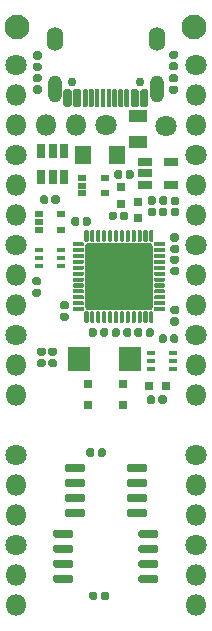
<source format=gbr>
%TF.GenerationSoftware,KiCad,Pcbnew,(5.1.6-0-10_14)*%
%TF.CreationDate,2022-03-04T18:58:24-06:00*%
%TF.ProjectId,Bonsai_C4,426f6e73-6169-45f4-9334-2e6b69636164,rev?*%
%TF.SameCoordinates,Original*%
%TF.FileFunction,Soldermask,Top*%
%TF.FilePolarity,Negative*%
%FSLAX46Y46*%
G04 Gerber Fmt 4.6, Leading zero omitted, Abs format (unit mm)*
G04 Created by KiCad (PCBNEW (5.1.6-0-10_14)) date 2022-03-04 18:58:24*
%MOMM*%
%LPD*%
G01*
G04 APERTURE LIST*
%ADD10C,1.800000*%
%ADD11O,1.800000X1.800000*%
%ADD12O,1.200000X2.300000*%
%ADD13O,1.400000X2.000000*%
%ADD14C,0.750000*%
%ADD15R,0.650000X0.700000*%
%ADD16R,0.750000X1.160000*%
%ADD17R,0.800000X0.700000*%
%ADD18R,1.400000X1.500000*%
%ADD19R,0.750000X0.500000*%
%ADD20R,0.760000X0.400000*%
%ADD21R,0.700000X0.800000*%
%ADD22R,1.160000X0.750000*%
%ADD23R,1.878000X2.132000*%
%ADD24R,1.600000X1.100000*%
%ADD25C,2.100000*%
G04 APERTURE END LIST*
D10*
%TO.C,J4*%
X100000000Y-100000000D03*
D11*
X100000000Y-102540000D03*
X100000000Y-105080000D03*
X100000000Y-112700000D03*
X100000000Y-110160000D03*
D10*
X100000000Y-107620000D03*
X100000000Y-122860000D03*
D11*
X100000000Y-117780000D03*
D10*
X100000000Y-115240000D03*
D11*
X100000000Y-125400000D03*
X100000000Y-127940000D03*
X100000000Y-120320000D03*
%TD*%
D10*
%TO.C,J5*%
X115240000Y-100000000D03*
D11*
X115240000Y-102540000D03*
X115240000Y-105080000D03*
X115240000Y-112700000D03*
X115240000Y-110160000D03*
D10*
X115240000Y-107620000D03*
X115240000Y-122860000D03*
D11*
X115240000Y-117780000D03*
D10*
X115240000Y-115240000D03*
D11*
X115240000Y-125400000D03*
X115240000Y-127940000D03*
X115240000Y-120320000D03*
%TD*%
%TO.C,J1*%
X102540000Y-105080000D03*
X105080000Y-105080000D03*
D10*
X107620000Y-105080000D03*
%TD*%
%TO.C,J2*%
X112680000Y-105120000D03*
%TD*%
%TO.C,J7*%
X100000000Y-133020000D03*
D11*
X100000000Y-135560000D03*
X100000000Y-138100000D03*
X100000000Y-145720000D03*
X100000000Y-143180000D03*
D10*
X100000000Y-140640000D03*
%TD*%
%TO.C,J6*%
X115240000Y-133020000D03*
D11*
X115240000Y-135560000D03*
X115240000Y-138100000D03*
X115240000Y-145720000D03*
X115240000Y-143180000D03*
D10*
X115240000Y-140640000D03*
%TD*%
%TO.C,C11*%
G36*
G01*
X102728000Y-111170500D02*
X102728000Y-111565500D01*
G75*
G02*
X102555500Y-111738000I-172500J0D01*
G01*
X102210500Y-111738000D01*
G75*
G02*
X102038000Y-111565500I0J172500D01*
G01*
X102038000Y-111170500D01*
G75*
G02*
X102210500Y-110998000I172500J0D01*
G01*
X102555500Y-110998000D01*
G75*
G02*
X102728000Y-111170500I0J-172500D01*
G01*
G37*
G36*
G01*
X103698000Y-111170500D02*
X103698000Y-111565500D01*
G75*
G02*
X103525500Y-111738000I-172500J0D01*
G01*
X103180500Y-111738000D01*
G75*
G02*
X103008000Y-111565500I0J172500D01*
G01*
X103008000Y-111170500D01*
G75*
G02*
X103180500Y-110998000I172500J0D01*
G01*
X103525500Y-110998000D01*
G75*
G02*
X103698000Y-111170500I0J-172500D01*
G01*
G37*
%TD*%
D12*
%TO.C,J3*%
X103320000Y-102000000D03*
D13*
X103320000Y-97800000D03*
D14*
X104730000Y-101449000D03*
X110510000Y-101449000D03*
D13*
X111920000Y-97800000D03*
G36*
G01*
X111220000Y-102175000D02*
X111220000Y-103375000D01*
G75*
G02*
X111045000Y-103550000I-175000J0D01*
G01*
X110695000Y-103550000D01*
G75*
G02*
X110520000Y-103375000I0J175000D01*
G01*
X110520000Y-102175000D01*
G75*
G02*
X110695000Y-102000000I175000J0D01*
G01*
X111045000Y-102000000D01*
G75*
G02*
X111220000Y-102175000I0J-175000D01*
G01*
G37*
G36*
G01*
X109570000Y-102100000D02*
X109570000Y-103450000D01*
G75*
G02*
X109470000Y-103550000I-100000J0D01*
G01*
X109270000Y-103550000D01*
G75*
G02*
X109170000Y-103450000I0J100000D01*
G01*
X109170000Y-102100000D01*
G75*
G02*
X109270000Y-102000000I100000J0D01*
G01*
X109470000Y-102000000D01*
G75*
G02*
X109570000Y-102100000I0J-100000D01*
G01*
G37*
G36*
G01*
X109070000Y-102100000D02*
X109070000Y-103450000D01*
G75*
G02*
X108970000Y-103550000I-100000J0D01*
G01*
X108770000Y-103550000D01*
G75*
G02*
X108670000Y-103450000I0J100000D01*
G01*
X108670000Y-102100000D01*
G75*
G02*
X108770000Y-102000000I100000J0D01*
G01*
X108970000Y-102000000D01*
G75*
G02*
X109070000Y-102100000I0J-100000D01*
G01*
G37*
G36*
G01*
X108570000Y-102100000D02*
X108570000Y-103450000D01*
G75*
G02*
X108470000Y-103550000I-100000J0D01*
G01*
X108270000Y-103550000D01*
G75*
G02*
X108170000Y-103450000I0J100000D01*
G01*
X108170000Y-102100000D01*
G75*
G02*
X108270000Y-102000000I100000J0D01*
G01*
X108470000Y-102000000D01*
G75*
G02*
X108570000Y-102100000I0J-100000D01*
G01*
G37*
G36*
G01*
X108070000Y-102100000D02*
X108070000Y-103450000D01*
G75*
G02*
X107970000Y-103550000I-100000J0D01*
G01*
X107770000Y-103550000D01*
G75*
G02*
X107670000Y-103450000I0J100000D01*
G01*
X107670000Y-102100000D01*
G75*
G02*
X107770000Y-102000000I100000J0D01*
G01*
X107970000Y-102000000D01*
G75*
G02*
X108070000Y-102100000I0J-100000D01*
G01*
G37*
G36*
G01*
X106070000Y-102100000D02*
X106070000Y-103450000D01*
G75*
G02*
X105970000Y-103550000I-100000J0D01*
G01*
X105770000Y-103550000D01*
G75*
G02*
X105670000Y-103450000I0J100000D01*
G01*
X105670000Y-102100000D01*
G75*
G02*
X105770000Y-102000000I100000J0D01*
G01*
X105970000Y-102000000D01*
G75*
G02*
X106070000Y-102100000I0J-100000D01*
G01*
G37*
G36*
G01*
X106570000Y-102100000D02*
X106570000Y-103450000D01*
G75*
G02*
X106470000Y-103550000I-100000J0D01*
G01*
X106270000Y-103550000D01*
G75*
G02*
X106170000Y-103450000I0J100000D01*
G01*
X106170000Y-102100000D01*
G75*
G02*
X106270000Y-102000000I100000J0D01*
G01*
X106470000Y-102000000D01*
G75*
G02*
X106570000Y-102100000I0J-100000D01*
G01*
G37*
G36*
G01*
X107070000Y-102100000D02*
X107070000Y-103450000D01*
G75*
G02*
X106970000Y-103550000I-100000J0D01*
G01*
X106770000Y-103550000D01*
G75*
G02*
X106670000Y-103450000I0J100000D01*
G01*
X106670000Y-102100000D01*
G75*
G02*
X106770000Y-102000000I100000J0D01*
G01*
X106970000Y-102000000D01*
G75*
G02*
X107070000Y-102100000I0J-100000D01*
G01*
G37*
G36*
G01*
X107570000Y-102100000D02*
X107570000Y-103450000D01*
G75*
G02*
X107470000Y-103550000I-100000J0D01*
G01*
X107270000Y-103550000D01*
G75*
G02*
X107170000Y-103450000I0J100000D01*
G01*
X107170000Y-102100000D01*
G75*
G02*
X107270000Y-102000000I100000J0D01*
G01*
X107470000Y-102000000D01*
G75*
G02*
X107570000Y-102100000I0J-100000D01*
G01*
G37*
D12*
X111920000Y-102000000D03*
G36*
G01*
X110420000Y-102175000D02*
X110420000Y-103375000D01*
G75*
G02*
X110245000Y-103550000I-175000J0D01*
G01*
X109895000Y-103550000D01*
G75*
G02*
X109720000Y-103375000I0J175000D01*
G01*
X109720000Y-102175000D01*
G75*
G02*
X109895000Y-102000000I175000J0D01*
G01*
X110245000Y-102000000D01*
G75*
G02*
X110420000Y-102175000I0J-175000D01*
G01*
G37*
G36*
G01*
X104720000Y-102175000D02*
X104720000Y-103375000D01*
G75*
G02*
X104545000Y-103550000I-175000J0D01*
G01*
X104195000Y-103550000D01*
G75*
G02*
X104020000Y-103375000I0J175000D01*
G01*
X104020000Y-102175000D01*
G75*
G02*
X104195000Y-102000000I175000J0D01*
G01*
X104545000Y-102000000D01*
G75*
G02*
X104720000Y-102175000I0J-175000D01*
G01*
G37*
G36*
G01*
X105520000Y-102175000D02*
X105520000Y-103375000D01*
G75*
G02*
X105345000Y-103550000I-175000J0D01*
G01*
X104995000Y-103550000D01*
G75*
G02*
X104820000Y-103375000I0J175000D01*
G01*
X104820000Y-102175000D01*
G75*
G02*
X104995000Y-102000000I175000J0D01*
G01*
X105345000Y-102000000D01*
G75*
G02*
X105520000Y-102175000I0J-175000D01*
G01*
G37*
%TD*%
%TO.C,U3*%
G36*
G01*
X111317535Y-120740000D02*
X106126465Y-120740000D01*
G75*
G02*
X105872000Y-120485535I0J254465D01*
G01*
X105872000Y-115294465D01*
G75*
G02*
X106126465Y-115040000I254465J0D01*
G01*
X111317535Y-115040000D01*
G75*
G02*
X111572000Y-115294465I0J-254465D01*
G01*
X111572000Y-120485535D01*
G75*
G02*
X111317535Y-120740000I-254465J0D01*
G01*
G37*
G36*
G01*
X106059500Y-121815000D02*
X105884500Y-121815000D01*
G75*
G02*
X105797000Y-121727500I0J87500D01*
G01*
X105797000Y-120927500D01*
G75*
G02*
X105884500Y-120840000I87500J0D01*
G01*
X106059500Y-120840000D01*
G75*
G02*
X106147000Y-120927500I0J-87500D01*
G01*
X106147000Y-121727500D01*
G75*
G02*
X106059500Y-121815000I-87500J0D01*
G01*
G37*
G36*
G01*
X106559500Y-121815000D02*
X106384500Y-121815000D01*
G75*
G02*
X106297000Y-121727500I0J87500D01*
G01*
X106297000Y-120927500D01*
G75*
G02*
X106384500Y-120840000I87500J0D01*
G01*
X106559500Y-120840000D01*
G75*
G02*
X106647000Y-120927500I0J-87500D01*
G01*
X106647000Y-121727500D01*
G75*
G02*
X106559500Y-121815000I-87500J0D01*
G01*
G37*
G36*
G01*
X107059500Y-121815000D02*
X106884500Y-121815000D01*
G75*
G02*
X106797000Y-121727500I0J87500D01*
G01*
X106797000Y-120927500D01*
G75*
G02*
X106884500Y-120840000I87500J0D01*
G01*
X107059500Y-120840000D01*
G75*
G02*
X107147000Y-120927500I0J-87500D01*
G01*
X107147000Y-121727500D01*
G75*
G02*
X107059500Y-121815000I-87500J0D01*
G01*
G37*
G36*
G01*
X107559500Y-121815000D02*
X107384500Y-121815000D01*
G75*
G02*
X107297000Y-121727500I0J87500D01*
G01*
X107297000Y-120927500D01*
G75*
G02*
X107384500Y-120840000I87500J0D01*
G01*
X107559500Y-120840000D01*
G75*
G02*
X107647000Y-120927500I0J-87500D01*
G01*
X107647000Y-121727500D01*
G75*
G02*
X107559500Y-121815000I-87500J0D01*
G01*
G37*
G36*
G01*
X108059500Y-121815000D02*
X107884500Y-121815000D01*
G75*
G02*
X107797000Y-121727500I0J87500D01*
G01*
X107797000Y-120927500D01*
G75*
G02*
X107884500Y-120840000I87500J0D01*
G01*
X108059500Y-120840000D01*
G75*
G02*
X108147000Y-120927500I0J-87500D01*
G01*
X108147000Y-121727500D01*
G75*
G02*
X108059500Y-121815000I-87500J0D01*
G01*
G37*
G36*
G01*
X108559500Y-121815000D02*
X108384500Y-121815000D01*
G75*
G02*
X108297000Y-121727500I0J87500D01*
G01*
X108297000Y-120927500D01*
G75*
G02*
X108384500Y-120840000I87500J0D01*
G01*
X108559500Y-120840000D01*
G75*
G02*
X108647000Y-120927500I0J-87500D01*
G01*
X108647000Y-121727500D01*
G75*
G02*
X108559500Y-121815000I-87500J0D01*
G01*
G37*
G36*
G01*
X109059500Y-121815000D02*
X108884500Y-121815000D01*
G75*
G02*
X108797000Y-121727500I0J87500D01*
G01*
X108797000Y-120927500D01*
G75*
G02*
X108884500Y-120840000I87500J0D01*
G01*
X109059500Y-120840000D01*
G75*
G02*
X109147000Y-120927500I0J-87500D01*
G01*
X109147000Y-121727500D01*
G75*
G02*
X109059500Y-121815000I-87500J0D01*
G01*
G37*
G36*
G01*
X109559500Y-121815000D02*
X109384500Y-121815000D01*
G75*
G02*
X109297000Y-121727500I0J87500D01*
G01*
X109297000Y-120927500D01*
G75*
G02*
X109384500Y-120840000I87500J0D01*
G01*
X109559500Y-120840000D01*
G75*
G02*
X109647000Y-120927500I0J-87500D01*
G01*
X109647000Y-121727500D01*
G75*
G02*
X109559500Y-121815000I-87500J0D01*
G01*
G37*
G36*
G01*
X110059500Y-121815000D02*
X109884500Y-121815000D01*
G75*
G02*
X109797000Y-121727500I0J87500D01*
G01*
X109797000Y-120927500D01*
G75*
G02*
X109884500Y-120840000I87500J0D01*
G01*
X110059500Y-120840000D01*
G75*
G02*
X110147000Y-120927500I0J-87500D01*
G01*
X110147000Y-121727500D01*
G75*
G02*
X110059500Y-121815000I-87500J0D01*
G01*
G37*
G36*
G01*
X110559500Y-121815000D02*
X110384500Y-121815000D01*
G75*
G02*
X110297000Y-121727500I0J87500D01*
G01*
X110297000Y-120927500D01*
G75*
G02*
X110384500Y-120840000I87500J0D01*
G01*
X110559500Y-120840000D01*
G75*
G02*
X110647000Y-120927500I0J-87500D01*
G01*
X110647000Y-121727500D01*
G75*
G02*
X110559500Y-121815000I-87500J0D01*
G01*
G37*
G36*
G01*
X111059500Y-121815000D02*
X110884500Y-121815000D01*
G75*
G02*
X110797000Y-121727500I0J87500D01*
G01*
X110797000Y-120927500D01*
G75*
G02*
X110884500Y-120840000I87500J0D01*
G01*
X111059500Y-120840000D01*
G75*
G02*
X111147000Y-120927500I0J-87500D01*
G01*
X111147000Y-121727500D01*
G75*
G02*
X111059500Y-121815000I-87500J0D01*
G01*
G37*
G36*
G01*
X111559500Y-121815000D02*
X111384500Y-121815000D01*
G75*
G02*
X111297000Y-121727500I0J87500D01*
G01*
X111297000Y-120927500D01*
G75*
G02*
X111384500Y-120840000I87500J0D01*
G01*
X111559500Y-120840000D01*
G75*
G02*
X111647000Y-120927500I0J-87500D01*
G01*
X111647000Y-121727500D01*
G75*
G02*
X111559500Y-121815000I-87500J0D01*
G01*
G37*
G36*
G01*
X112559500Y-120815000D02*
X111759500Y-120815000D01*
G75*
G02*
X111672000Y-120727500I0J87500D01*
G01*
X111672000Y-120552500D01*
G75*
G02*
X111759500Y-120465000I87500J0D01*
G01*
X112559500Y-120465000D01*
G75*
G02*
X112647000Y-120552500I0J-87500D01*
G01*
X112647000Y-120727500D01*
G75*
G02*
X112559500Y-120815000I-87500J0D01*
G01*
G37*
G36*
G01*
X112559500Y-120315000D02*
X111759500Y-120315000D01*
G75*
G02*
X111672000Y-120227500I0J87500D01*
G01*
X111672000Y-120052500D01*
G75*
G02*
X111759500Y-119965000I87500J0D01*
G01*
X112559500Y-119965000D01*
G75*
G02*
X112647000Y-120052500I0J-87500D01*
G01*
X112647000Y-120227500D01*
G75*
G02*
X112559500Y-120315000I-87500J0D01*
G01*
G37*
G36*
G01*
X112559500Y-119815000D02*
X111759500Y-119815000D01*
G75*
G02*
X111672000Y-119727500I0J87500D01*
G01*
X111672000Y-119552500D01*
G75*
G02*
X111759500Y-119465000I87500J0D01*
G01*
X112559500Y-119465000D01*
G75*
G02*
X112647000Y-119552500I0J-87500D01*
G01*
X112647000Y-119727500D01*
G75*
G02*
X112559500Y-119815000I-87500J0D01*
G01*
G37*
G36*
G01*
X112559500Y-119315000D02*
X111759500Y-119315000D01*
G75*
G02*
X111672000Y-119227500I0J87500D01*
G01*
X111672000Y-119052500D01*
G75*
G02*
X111759500Y-118965000I87500J0D01*
G01*
X112559500Y-118965000D01*
G75*
G02*
X112647000Y-119052500I0J-87500D01*
G01*
X112647000Y-119227500D01*
G75*
G02*
X112559500Y-119315000I-87500J0D01*
G01*
G37*
G36*
G01*
X112559500Y-118815000D02*
X111759500Y-118815000D01*
G75*
G02*
X111672000Y-118727500I0J87500D01*
G01*
X111672000Y-118552500D01*
G75*
G02*
X111759500Y-118465000I87500J0D01*
G01*
X112559500Y-118465000D01*
G75*
G02*
X112647000Y-118552500I0J-87500D01*
G01*
X112647000Y-118727500D01*
G75*
G02*
X112559500Y-118815000I-87500J0D01*
G01*
G37*
G36*
G01*
X112559500Y-118315000D02*
X111759500Y-118315000D01*
G75*
G02*
X111672000Y-118227500I0J87500D01*
G01*
X111672000Y-118052500D01*
G75*
G02*
X111759500Y-117965000I87500J0D01*
G01*
X112559500Y-117965000D01*
G75*
G02*
X112647000Y-118052500I0J-87500D01*
G01*
X112647000Y-118227500D01*
G75*
G02*
X112559500Y-118315000I-87500J0D01*
G01*
G37*
G36*
G01*
X112559500Y-117815000D02*
X111759500Y-117815000D01*
G75*
G02*
X111672000Y-117727500I0J87500D01*
G01*
X111672000Y-117552500D01*
G75*
G02*
X111759500Y-117465000I87500J0D01*
G01*
X112559500Y-117465000D01*
G75*
G02*
X112647000Y-117552500I0J-87500D01*
G01*
X112647000Y-117727500D01*
G75*
G02*
X112559500Y-117815000I-87500J0D01*
G01*
G37*
G36*
G01*
X112559500Y-117315000D02*
X111759500Y-117315000D01*
G75*
G02*
X111672000Y-117227500I0J87500D01*
G01*
X111672000Y-117052500D01*
G75*
G02*
X111759500Y-116965000I87500J0D01*
G01*
X112559500Y-116965000D01*
G75*
G02*
X112647000Y-117052500I0J-87500D01*
G01*
X112647000Y-117227500D01*
G75*
G02*
X112559500Y-117315000I-87500J0D01*
G01*
G37*
G36*
G01*
X112559500Y-116815000D02*
X111759500Y-116815000D01*
G75*
G02*
X111672000Y-116727500I0J87500D01*
G01*
X111672000Y-116552500D01*
G75*
G02*
X111759500Y-116465000I87500J0D01*
G01*
X112559500Y-116465000D01*
G75*
G02*
X112647000Y-116552500I0J-87500D01*
G01*
X112647000Y-116727500D01*
G75*
G02*
X112559500Y-116815000I-87500J0D01*
G01*
G37*
G36*
G01*
X112559500Y-116315000D02*
X111759500Y-116315000D01*
G75*
G02*
X111672000Y-116227500I0J87500D01*
G01*
X111672000Y-116052500D01*
G75*
G02*
X111759500Y-115965000I87500J0D01*
G01*
X112559500Y-115965000D01*
G75*
G02*
X112647000Y-116052500I0J-87500D01*
G01*
X112647000Y-116227500D01*
G75*
G02*
X112559500Y-116315000I-87500J0D01*
G01*
G37*
G36*
G01*
X112559500Y-115815000D02*
X111759500Y-115815000D01*
G75*
G02*
X111672000Y-115727500I0J87500D01*
G01*
X111672000Y-115552500D01*
G75*
G02*
X111759500Y-115465000I87500J0D01*
G01*
X112559500Y-115465000D01*
G75*
G02*
X112647000Y-115552500I0J-87500D01*
G01*
X112647000Y-115727500D01*
G75*
G02*
X112559500Y-115815000I-87500J0D01*
G01*
G37*
G36*
G01*
X112559500Y-115315000D02*
X111759500Y-115315000D01*
G75*
G02*
X111672000Y-115227500I0J87500D01*
G01*
X111672000Y-115052500D01*
G75*
G02*
X111759500Y-114965000I87500J0D01*
G01*
X112559500Y-114965000D01*
G75*
G02*
X112647000Y-115052500I0J-87500D01*
G01*
X112647000Y-115227500D01*
G75*
G02*
X112559500Y-115315000I-87500J0D01*
G01*
G37*
G36*
G01*
X111559500Y-114940000D02*
X111384500Y-114940000D01*
G75*
G02*
X111297000Y-114852500I0J87500D01*
G01*
X111297000Y-114052500D01*
G75*
G02*
X111384500Y-113965000I87500J0D01*
G01*
X111559500Y-113965000D01*
G75*
G02*
X111647000Y-114052500I0J-87500D01*
G01*
X111647000Y-114852500D01*
G75*
G02*
X111559500Y-114940000I-87500J0D01*
G01*
G37*
G36*
G01*
X111059500Y-114940000D02*
X110884500Y-114940000D01*
G75*
G02*
X110797000Y-114852500I0J87500D01*
G01*
X110797000Y-114052500D01*
G75*
G02*
X110884500Y-113965000I87500J0D01*
G01*
X111059500Y-113965000D01*
G75*
G02*
X111147000Y-114052500I0J-87500D01*
G01*
X111147000Y-114852500D01*
G75*
G02*
X111059500Y-114940000I-87500J0D01*
G01*
G37*
G36*
G01*
X110559500Y-114940000D02*
X110384500Y-114940000D01*
G75*
G02*
X110297000Y-114852500I0J87500D01*
G01*
X110297000Y-114052500D01*
G75*
G02*
X110384500Y-113965000I87500J0D01*
G01*
X110559500Y-113965000D01*
G75*
G02*
X110647000Y-114052500I0J-87500D01*
G01*
X110647000Y-114852500D01*
G75*
G02*
X110559500Y-114940000I-87500J0D01*
G01*
G37*
G36*
G01*
X110059500Y-114940000D02*
X109884500Y-114940000D01*
G75*
G02*
X109797000Y-114852500I0J87500D01*
G01*
X109797000Y-114052500D01*
G75*
G02*
X109884500Y-113965000I87500J0D01*
G01*
X110059500Y-113965000D01*
G75*
G02*
X110147000Y-114052500I0J-87500D01*
G01*
X110147000Y-114852500D01*
G75*
G02*
X110059500Y-114940000I-87500J0D01*
G01*
G37*
G36*
G01*
X109559500Y-114940000D02*
X109384500Y-114940000D01*
G75*
G02*
X109297000Y-114852500I0J87500D01*
G01*
X109297000Y-114052500D01*
G75*
G02*
X109384500Y-113965000I87500J0D01*
G01*
X109559500Y-113965000D01*
G75*
G02*
X109647000Y-114052500I0J-87500D01*
G01*
X109647000Y-114852500D01*
G75*
G02*
X109559500Y-114940000I-87500J0D01*
G01*
G37*
G36*
G01*
X109059500Y-114940000D02*
X108884500Y-114940000D01*
G75*
G02*
X108797000Y-114852500I0J87500D01*
G01*
X108797000Y-114052500D01*
G75*
G02*
X108884500Y-113965000I87500J0D01*
G01*
X109059500Y-113965000D01*
G75*
G02*
X109147000Y-114052500I0J-87500D01*
G01*
X109147000Y-114852500D01*
G75*
G02*
X109059500Y-114940000I-87500J0D01*
G01*
G37*
G36*
G01*
X108559500Y-114940000D02*
X108384500Y-114940000D01*
G75*
G02*
X108297000Y-114852500I0J87500D01*
G01*
X108297000Y-114052500D01*
G75*
G02*
X108384500Y-113965000I87500J0D01*
G01*
X108559500Y-113965000D01*
G75*
G02*
X108647000Y-114052500I0J-87500D01*
G01*
X108647000Y-114852500D01*
G75*
G02*
X108559500Y-114940000I-87500J0D01*
G01*
G37*
G36*
G01*
X108059500Y-114940000D02*
X107884500Y-114940000D01*
G75*
G02*
X107797000Y-114852500I0J87500D01*
G01*
X107797000Y-114052500D01*
G75*
G02*
X107884500Y-113965000I87500J0D01*
G01*
X108059500Y-113965000D01*
G75*
G02*
X108147000Y-114052500I0J-87500D01*
G01*
X108147000Y-114852500D01*
G75*
G02*
X108059500Y-114940000I-87500J0D01*
G01*
G37*
G36*
G01*
X107559500Y-114940000D02*
X107384500Y-114940000D01*
G75*
G02*
X107297000Y-114852500I0J87500D01*
G01*
X107297000Y-114052500D01*
G75*
G02*
X107384500Y-113965000I87500J0D01*
G01*
X107559500Y-113965000D01*
G75*
G02*
X107647000Y-114052500I0J-87500D01*
G01*
X107647000Y-114852500D01*
G75*
G02*
X107559500Y-114940000I-87500J0D01*
G01*
G37*
G36*
G01*
X107059500Y-114940000D02*
X106884500Y-114940000D01*
G75*
G02*
X106797000Y-114852500I0J87500D01*
G01*
X106797000Y-114052500D01*
G75*
G02*
X106884500Y-113965000I87500J0D01*
G01*
X107059500Y-113965000D01*
G75*
G02*
X107147000Y-114052500I0J-87500D01*
G01*
X107147000Y-114852500D01*
G75*
G02*
X107059500Y-114940000I-87500J0D01*
G01*
G37*
G36*
G01*
X106559500Y-114940000D02*
X106384500Y-114940000D01*
G75*
G02*
X106297000Y-114852500I0J87500D01*
G01*
X106297000Y-114052500D01*
G75*
G02*
X106384500Y-113965000I87500J0D01*
G01*
X106559500Y-113965000D01*
G75*
G02*
X106647000Y-114052500I0J-87500D01*
G01*
X106647000Y-114852500D01*
G75*
G02*
X106559500Y-114940000I-87500J0D01*
G01*
G37*
G36*
G01*
X106059500Y-114940000D02*
X105884500Y-114940000D01*
G75*
G02*
X105797000Y-114852500I0J87500D01*
G01*
X105797000Y-114052500D01*
G75*
G02*
X105884500Y-113965000I87500J0D01*
G01*
X106059500Y-113965000D01*
G75*
G02*
X106147000Y-114052500I0J-87500D01*
G01*
X106147000Y-114852500D01*
G75*
G02*
X106059500Y-114940000I-87500J0D01*
G01*
G37*
G36*
G01*
X105684500Y-115315000D02*
X104884500Y-115315000D01*
G75*
G02*
X104797000Y-115227500I0J87500D01*
G01*
X104797000Y-115052500D01*
G75*
G02*
X104884500Y-114965000I87500J0D01*
G01*
X105684500Y-114965000D01*
G75*
G02*
X105772000Y-115052500I0J-87500D01*
G01*
X105772000Y-115227500D01*
G75*
G02*
X105684500Y-115315000I-87500J0D01*
G01*
G37*
G36*
G01*
X105684500Y-115815000D02*
X104884500Y-115815000D01*
G75*
G02*
X104797000Y-115727500I0J87500D01*
G01*
X104797000Y-115552500D01*
G75*
G02*
X104884500Y-115465000I87500J0D01*
G01*
X105684500Y-115465000D01*
G75*
G02*
X105772000Y-115552500I0J-87500D01*
G01*
X105772000Y-115727500D01*
G75*
G02*
X105684500Y-115815000I-87500J0D01*
G01*
G37*
G36*
G01*
X105684500Y-116315000D02*
X104884500Y-116315000D01*
G75*
G02*
X104797000Y-116227500I0J87500D01*
G01*
X104797000Y-116052500D01*
G75*
G02*
X104884500Y-115965000I87500J0D01*
G01*
X105684500Y-115965000D01*
G75*
G02*
X105772000Y-116052500I0J-87500D01*
G01*
X105772000Y-116227500D01*
G75*
G02*
X105684500Y-116315000I-87500J0D01*
G01*
G37*
G36*
G01*
X105684500Y-116815000D02*
X104884500Y-116815000D01*
G75*
G02*
X104797000Y-116727500I0J87500D01*
G01*
X104797000Y-116552500D01*
G75*
G02*
X104884500Y-116465000I87500J0D01*
G01*
X105684500Y-116465000D01*
G75*
G02*
X105772000Y-116552500I0J-87500D01*
G01*
X105772000Y-116727500D01*
G75*
G02*
X105684500Y-116815000I-87500J0D01*
G01*
G37*
G36*
G01*
X105684500Y-117315000D02*
X104884500Y-117315000D01*
G75*
G02*
X104797000Y-117227500I0J87500D01*
G01*
X104797000Y-117052500D01*
G75*
G02*
X104884500Y-116965000I87500J0D01*
G01*
X105684500Y-116965000D01*
G75*
G02*
X105772000Y-117052500I0J-87500D01*
G01*
X105772000Y-117227500D01*
G75*
G02*
X105684500Y-117315000I-87500J0D01*
G01*
G37*
G36*
G01*
X105684500Y-117815000D02*
X104884500Y-117815000D01*
G75*
G02*
X104797000Y-117727500I0J87500D01*
G01*
X104797000Y-117552500D01*
G75*
G02*
X104884500Y-117465000I87500J0D01*
G01*
X105684500Y-117465000D01*
G75*
G02*
X105772000Y-117552500I0J-87500D01*
G01*
X105772000Y-117727500D01*
G75*
G02*
X105684500Y-117815000I-87500J0D01*
G01*
G37*
G36*
G01*
X105684500Y-118315000D02*
X104884500Y-118315000D01*
G75*
G02*
X104797000Y-118227500I0J87500D01*
G01*
X104797000Y-118052500D01*
G75*
G02*
X104884500Y-117965000I87500J0D01*
G01*
X105684500Y-117965000D01*
G75*
G02*
X105772000Y-118052500I0J-87500D01*
G01*
X105772000Y-118227500D01*
G75*
G02*
X105684500Y-118315000I-87500J0D01*
G01*
G37*
G36*
G01*
X105684500Y-118815000D02*
X104884500Y-118815000D01*
G75*
G02*
X104797000Y-118727500I0J87500D01*
G01*
X104797000Y-118552500D01*
G75*
G02*
X104884500Y-118465000I87500J0D01*
G01*
X105684500Y-118465000D01*
G75*
G02*
X105772000Y-118552500I0J-87500D01*
G01*
X105772000Y-118727500D01*
G75*
G02*
X105684500Y-118815000I-87500J0D01*
G01*
G37*
G36*
G01*
X105684500Y-119315000D02*
X104884500Y-119315000D01*
G75*
G02*
X104797000Y-119227500I0J87500D01*
G01*
X104797000Y-119052500D01*
G75*
G02*
X104884500Y-118965000I87500J0D01*
G01*
X105684500Y-118965000D01*
G75*
G02*
X105772000Y-119052500I0J-87500D01*
G01*
X105772000Y-119227500D01*
G75*
G02*
X105684500Y-119315000I-87500J0D01*
G01*
G37*
G36*
G01*
X105684500Y-119815000D02*
X104884500Y-119815000D01*
G75*
G02*
X104797000Y-119727500I0J87500D01*
G01*
X104797000Y-119552500D01*
G75*
G02*
X104884500Y-119465000I87500J0D01*
G01*
X105684500Y-119465000D01*
G75*
G02*
X105772000Y-119552500I0J-87500D01*
G01*
X105772000Y-119727500D01*
G75*
G02*
X105684500Y-119815000I-87500J0D01*
G01*
G37*
G36*
G01*
X105684500Y-120315000D02*
X104884500Y-120315000D01*
G75*
G02*
X104797000Y-120227500I0J87500D01*
G01*
X104797000Y-120052500D01*
G75*
G02*
X104884500Y-119965000I87500J0D01*
G01*
X105684500Y-119965000D01*
G75*
G02*
X105772000Y-120052500I0J-87500D01*
G01*
X105772000Y-120227500D01*
G75*
G02*
X105684500Y-120315000I-87500J0D01*
G01*
G37*
G36*
G01*
X105684500Y-120815000D02*
X104884500Y-120815000D01*
G75*
G02*
X104797000Y-120727500I0J87500D01*
G01*
X104797000Y-120552500D01*
G75*
G02*
X104884500Y-120465000I87500J0D01*
G01*
X105684500Y-120465000D01*
G75*
G02*
X105772000Y-120552500I0J-87500D01*
G01*
X105772000Y-120727500D01*
G75*
G02*
X105684500Y-120815000I-87500J0D01*
G01*
G37*
%TD*%
D15*
%TO.C,K1*%
X109059000Y-126990000D03*
X109059000Y-128790000D03*
X106109000Y-128790000D03*
X106109000Y-126990000D03*
%TD*%
%TO.C,U7*%
G36*
G01*
X109370000Y-134270000D02*
X109370000Y-133920000D01*
G75*
G02*
X109545000Y-133745000I175000J0D01*
G01*
X110945000Y-133745000D01*
G75*
G02*
X111120000Y-133920000I0J-175000D01*
G01*
X111120000Y-134270000D01*
G75*
G02*
X110945000Y-134445000I-175000J0D01*
G01*
X109545000Y-134445000D01*
G75*
G02*
X109370000Y-134270000I0J175000D01*
G01*
G37*
G36*
G01*
X109370000Y-135540000D02*
X109370000Y-135190000D01*
G75*
G02*
X109545000Y-135015000I175000J0D01*
G01*
X110945000Y-135015000D01*
G75*
G02*
X111120000Y-135190000I0J-175000D01*
G01*
X111120000Y-135540000D01*
G75*
G02*
X110945000Y-135715000I-175000J0D01*
G01*
X109545000Y-135715000D01*
G75*
G02*
X109370000Y-135540000I0J175000D01*
G01*
G37*
G36*
G01*
X109370000Y-136810000D02*
X109370000Y-136460000D01*
G75*
G02*
X109545000Y-136285000I175000J0D01*
G01*
X110945000Y-136285000D01*
G75*
G02*
X111120000Y-136460000I0J-175000D01*
G01*
X111120000Y-136810000D01*
G75*
G02*
X110945000Y-136985000I-175000J0D01*
G01*
X109545000Y-136985000D01*
G75*
G02*
X109370000Y-136810000I0J175000D01*
G01*
G37*
G36*
G01*
X109370000Y-138080000D02*
X109370000Y-137730000D01*
G75*
G02*
X109545000Y-137555000I175000J0D01*
G01*
X110945000Y-137555000D01*
G75*
G02*
X111120000Y-137730000I0J-175000D01*
G01*
X111120000Y-138080000D01*
G75*
G02*
X110945000Y-138255000I-175000J0D01*
G01*
X109545000Y-138255000D01*
G75*
G02*
X109370000Y-138080000I0J175000D01*
G01*
G37*
G36*
G01*
X104120000Y-138080000D02*
X104120000Y-137730000D01*
G75*
G02*
X104295000Y-137555000I175000J0D01*
G01*
X105695000Y-137555000D01*
G75*
G02*
X105870000Y-137730000I0J-175000D01*
G01*
X105870000Y-138080000D01*
G75*
G02*
X105695000Y-138255000I-175000J0D01*
G01*
X104295000Y-138255000D01*
G75*
G02*
X104120000Y-138080000I0J175000D01*
G01*
G37*
G36*
G01*
X104120000Y-136810000D02*
X104120000Y-136460000D01*
G75*
G02*
X104295000Y-136285000I175000J0D01*
G01*
X105695000Y-136285000D01*
G75*
G02*
X105870000Y-136460000I0J-175000D01*
G01*
X105870000Y-136810000D01*
G75*
G02*
X105695000Y-136985000I-175000J0D01*
G01*
X104295000Y-136985000D01*
G75*
G02*
X104120000Y-136810000I0J175000D01*
G01*
G37*
G36*
G01*
X104120000Y-135540000D02*
X104120000Y-135190000D01*
G75*
G02*
X104295000Y-135015000I175000J0D01*
G01*
X105695000Y-135015000D01*
G75*
G02*
X105870000Y-135190000I0J-175000D01*
G01*
X105870000Y-135540000D01*
G75*
G02*
X105695000Y-135715000I-175000J0D01*
G01*
X104295000Y-135715000D01*
G75*
G02*
X104120000Y-135540000I0J175000D01*
G01*
G37*
G36*
G01*
X104120000Y-134270000D02*
X104120000Y-133920000D01*
G75*
G02*
X104295000Y-133745000I175000J0D01*
G01*
X105695000Y-133745000D01*
G75*
G02*
X105870000Y-133920000I0J-175000D01*
G01*
X105870000Y-134270000D01*
G75*
G02*
X105695000Y-134445000I-175000J0D01*
G01*
X104295000Y-134445000D01*
G75*
G02*
X104120000Y-134270000I0J175000D01*
G01*
G37*
%TD*%
%TO.C,U6*%
G36*
G01*
X104870000Y-143290000D02*
X104870000Y-143640000D01*
G75*
G02*
X104695000Y-143815000I-175000J0D01*
G01*
X103345000Y-143815000D01*
G75*
G02*
X103170000Y-143640000I0J175000D01*
G01*
X103170000Y-143290000D01*
G75*
G02*
X103345000Y-143115000I175000J0D01*
G01*
X104695000Y-143115000D01*
G75*
G02*
X104870000Y-143290000I0J-175000D01*
G01*
G37*
G36*
G01*
X104870000Y-142020000D02*
X104870000Y-142370000D01*
G75*
G02*
X104695000Y-142545000I-175000J0D01*
G01*
X103345000Y-142545000D01*
G75*
G02*
X103170000Y-142370000I0J175000D01*
G01*
X103170000Y-142020000D01*
G75*
G02*
X103345000Y-141845000I175000J0D01*
G01*
X104695000Y-141845000D01*
G75*
G02*
X104870000Y-142020000I0J-175000D01*
G01*
G37*
G36*
G01*
X104870000Y-140750000D02*
X104870000Y-141100000D01*
G75*
G02*
X104695000Y-141275000I-175000J0D01*
G01*
X103345000Y-141275000D01*
G75*
G02*
X103170000Y-141100000I0J175000D01*
G01*
X103170000Y-140750000D01*
G75*
G02*
X103345000Y-140575000I175000J0D01*
G01*
X104695000Y-140575000D01*
G75*
G02*
X104870000Y-140750000I0J-175000D01*
G01*
G37*
G36*
G01*
X104870000Y-139480000D02*
X104870000Y-139830000D01*
G75*
G02*
X104695000Y-140005000I-175000J0D01*
G01*
X103345000Y-140005000D01*
G75*
G02*
X103170000Y-139830000I0J175000D01*
G01*
X103170000Y-139480000D01*
G75*
G02*
X103345000Y-139305000I175000J0D01*
G01*
X104695000Y-139305000D01*
G75*
G02*
X104870000Y-139480000I0J-175000D01*
G01*
G37*
G36*
G01*
X112070000Y-139480000D02*
X112070000Y-139830000D01*
G75*
G02*
X111895000Y-140005000I-175000J0D01*
G01*
X110545000Y-140005000D01*
G75*
G02*
X110370000Y-139830000I0J175000D01*
G01*
X110370000Y-139480000D01*
G75*
G02*
X110545000Y-139305000I175000J0D01*
G01*
X111895000Y-139305000D01*
G75*
G02*
X112070000Y-139480000I0J-175000D01*
G01*
G37*
G36*
G01*
X112070000Y-140750000D02*
X112070000Y-141100000D01*
G75*
G02*
X111895000Y-141275000I-175000J0D01*
G01*
X110545000Y-141275000D01*
G75*
G02*
X110370000Y-141100000I0J175000D01*
G01*
X110370000Y-140750000D01*
G75*
G02*
X110545000Y-140575000I175000J0D01*
G01*
X111895000Y-140575000D01*
G75*
G02*
X112070000Y-140750000I0J-175000D01*
G01*
G37*
G36*
G01*
X112070000Y-142020000D02*
X112070000Y-142370000D01*
G75*
G02*
X111895000Y-142545000I-175000J0D01*
G01*
X110545000Y-142545000D01*
G75*
G02*
X110370000Y-142370000I0J175000D01*
G01*
X110370000Y-142020000D01*
G75*
G02*
X110545000Y-141845000I175000J0D01*
G01*
X111895000Y-141845000D01*
G75*
G02*
X112070000Y-142020000I0J-175000D01*
G01*
G37*
G36*
G01*
X112070000Y-143290000D02*
X112070000Y-143640000D01*
G75*
G02*
X111895000Y-143815000I-175000J0D01*
G01*
X110545000Y-143815000D01*
G75*
G02*
X110370000Y-143640000I0J175000D01*
G01*
X110370000Y-143290000D01*
G75*
G02*
X110545000Y-143115000I175000J0D01*
G01*
X111895000Y-143115000D01*
G75*
G02*
X112070000Y-143290000I0J-175000D01*
G01*
G37*
%TD*%
D16*
%TO.C,U2*%
X103114000Y-109412000D03*
X104064000Y-109412000D03*
X102164000Y-109412000D03*
X102164000Y-107212000D03*
X103114000Y-107212000D03*
X104064000Y-107212000D03*
%TD*%
%TO.C,R9*%
G36*
G01*
X113651500Y-121068000D02*
X113256500Y-121068000D01*
G75*
G02*
X113084000Y-120895500I0J172500D01*
G01*
X113084000Y-120550500D01*
G75*
G02*
X113256500Y-120378000I172500J0D01*
G01*
X113651500Y-120378000D01*
G75*
G02*
X113824000Y-120550500I0J-172500D01*
G01*
X113824000Y-120895500D01*
G75*
G02*
X113651500Y-121068000I-172500J0D01*
G01*
G37*
G36*
G01*
X113651500Y-122038000D02*
X113256500Y-122038000D01*
G75*
G02*
X113084000Y-121865500I0J172500D01*
G01*
X113084000Y-121520500D01*
G75*
G02*
X113256500Y-121348000I172500J0D01*
G01*
X113651500Y-121348000D01*
G75*
G02*
X113824000Y-121520500I0J-172500D01*
G01*
X113824000Y-121865500D01*
G75*
G02*
X113651500Y-122038000I-172500J0D01*
G01*
G37*
%TD*%
%TO.C,R8*%
G36*
G01*
X108813000Y-112947500D02*
X108813000Y-112552500D01*
G75*
G02*
X108985500Y-112380000I172500J0D01*
G01*
X109330500Y-112380000D01*
G75*
G02*
X109503000Y-112552500I0J-172500D01*
G01*
X109503000Y-112947500D01*
G75*
G02*
X109330500Y-113120000I-172500J0D01*
G01*
X108985500Y-113120000D01*
G75*
G02*
X108813000Y-112947500I0J172500D01*
G01*
G37*
G36*
G01*
X107843000Y-112947500D02*
X107843000Y-112552500D01*
G75*
G02*
X108015500Y-112380000I172500J0D01*
G01*
X108360500Y-112380000D01*
G75*
G02*
X108533000Y-112552500I0J-172500D01*
G01*
X108533000Y-112947500D01*
G75*
G02*
X108360500Y-113120000I-172500J0D01*
G01*
X108015500Y-113120000D01*
G75*
G02*
X107843000Y-112947500I0J172500D01*
G01*
G37*
%TD*%
D17*
%TO.C,D5*%
X110330000Y-111530000D03*
X110330000Y-112930000D03*
%TD*%
D18*
%TO.C,D4*%
X105691000Y-107561000D03*
X108591000Y-107561000D03*
%TD*%
%TO.C,C6*%
G36*
G01*
X113659500Y-112781000D02*
X113264500Y-112781000D01*
G75*
G02*
X113092000Y-112608500I0J172500D01*
G01*
X113092000Y-112263500D01*
G75*
G02*
X113264500Y-112091000I172500J0D01*
G01*
X113659500Y-112091000D01*
G75*
G02*
X113832000Y-112263500I0J-172500D01*
G01*
X113832000Y-112608500D01*
G75*
G02*
X113659500Y-112781000I-172500J0D01*
G01*
G37*
G36*
G01*
X113659500Y-111811000D02*
X113264500Y-111811000D01*
G75*
G02*
X113092000Y-111638500I0J172500D01*
G01*
X113092000Y-111293500D01*
G75*
G02*
X113264500Y-111121000I172500J0D01*
G01*
X113659500Y-111121000D01*
G75*
G02*
X113832000Y-111293500I0J-172500D01*
G01*
X113832000Y-111638500D01*
G75*
G02*
X113659500Y-111811000I-172500J0D01*
G01*
G37*
%TD*%
D17*
%TO.C,D1*%
X108905000Y-111702000D03*
X108905000Y-110302000D03*
%TD*%
%TO.C,C14*%
G36*
G01*
X113248500Y-117077000D02*
X113643500Y-117077000D01*
G75*
G02*
X113816000Y-117249500I0J-172500D01*
G01*
X113816000Y-117594500D01*
G75*
G02*
X113643500Y-117767000I-172500J0D01*
G01*
X113248500Y-117767000D01*
G75*
G02*
X113076000Y-117594500I0J172500D01*
G01*
X113076000Y-117249500D01*
G75*
G02*
X113248500Y-117077000I172500J0D01*
G01*
G37*
G36*
G01*
X113248500Y-116107000D02*
X113643500Y-116107000D01*
G75*
G02*
X113816000Y-116279500I0J-172500D01*
G01*
X113816000Y-116624500D01*
G75*
G02*
X113643500Y-116797000I-172500J0D01*
G01*
X113248500Y-116797000D01*
G75*
G02*
X113076000Y-116624500I0J172500D01*
G01*
X113076000Y-116279500D01*
G75*
G02*
X113248500Y-116107000I172500J0D01*
G01*
G37*
%TD*%
D19*
%TO.C,U5*%
X103859000Y-112625000D03*
X103859000Y-113925000D03*
X101959000Y-113275000D03*
X101959000Y-113925000D03*
X101959000Y-112625000D03*
%TD*%
%TO.C,R7*%
G36*
G01*
X112072000Y-128512500D02*
X112072000Y-128117500D01*
G75*
G02*
X112244500Y-127945000I172500J0D01*
G01*
X112589500Y-127945000D01*
G75*
G02*
X112762000Y-128117500I0J-172500D01*
G01*
X112762000Y-128512500D01*
G75*
G02*
X112589500Y-128685000I-172500J0D01*
G01*
X112244500Y-128685000D01*
G75*
G02*
X112072000Y-128512500I0J172500D01*
G01*
G37*
G36*
G01*
X111102000Y-128512500D02*
X111102000Y-128117500D01*
G75*
G02*
X111274500Y-127945000I172500J0D01*
G01*
X111619500Y-127945000D01*
G75*
G02*
X111792000Y-128117500I0J-172500D01*
G01*
X111792000Y-128512500D01*
G75*
G02*
X111619500Y-128685000I-172500J0D01*
G01*
X111274500Y-128685000D01*
G75*
G02*
X111102000Y-128512500I0J172500D01*
G01*
G37*
%TD*%
%TO.C,R6*%
G36*
G01*
X112132000Y-112605500D02*
X112132000Y-112210500D01*
G75*
G02*
X112304500Y-112038000I172500J0D01*
G01*
X112649500Y-112038000D01*
G75*
G02*
X112822000Y-112210500I0J-172500D01*
G01*
X112822000Y-112605500D01*
G75*
G02*
X112649500Y-112778000I-172500J0D01*
G01*
X112304500Y-112778000D01*
G75*
G02*
X112132000Y-112605500I0J172500D01*
G01*
G37*
G36*
G01*
X111162000Y-112605500D02*
X111162000Y-112210500D01*
G75*
G02*
X111334500Y-112038000I172500J0D01*
G01*
X111679500Y-112038000D01*
G75*
G02*
X111852000Y-112210500I0J-172500D01*
G01*
X111852000Y-112605500D01*
G75*
G02*
X111679500Y-112778000I-172500J0D01*
G01*
X111334500Y-112778000D01*
G75*
G02*
X111162000Y-112605500I0J172500D01*
G01*
G37*
%TD*%
%TO.C,R5*%
G36*
G01*
X111849000Y-111252500D02*
X111849000Y-111647500D01*
G75*
G02*
X111676500Y-111820000I-172500J0D01*
G01*
X111331500Y-111820000D01*
G75*
G02*
X111159000Y-111647500I0J172500D01*
G01*
X111159000Y-111252500D01*
G75*
G02*
X111331500Y-111080000I172500J0D01*
G01*
X111676500Y-111080000D01*
G75*
G02*
X111849000Y-111252500I0J-172500D01*
G01*
G37*
G36*
G01*
X112819000Y-111252500D02*
X112819000Y-111647500D01*
G75*
G02*
X112646500Y-111820000I-172500J0D01*
G01*
X112301500Y-111820000D01*
G75*
G02*
X112129000Y-111647500I0J172500D01*
G01*
X112129000Y-111252500D01*
G75*
G02*
X112301500Y-111080000I172500J0D01*
G01*
X112646500Y-111080000D01*
G75*
G02*
X112819000Y-111252500I0J-172500D01*
G01*
G37*
%TD*%
D20*
%TO.C,Q2*%
X101982000Y-116967000D03*
X101982000Y-115667000D03*
X103822000Y-116317000D03*
X101982000Y-116317000D03*
X103822000Y-115667000D03*
X103822000Y-116967000D03*
%TD*%
%TO.C,C13*%
G36*
G01*
X106932000Y-132987500D02*
X106932000Y-132592500D01*
G75*
G02*
X107104500Y-132420000I172500J0D01*
G01*
X107449500Y-132420000D01*
G75*
G02*
X107622000Y-132592500I0J-172500D01*
G01*
X107622000Y-132987500D01*
G75*
G02*
X107449500Y-133160000I-172500J0D01*
G01*
X107104500Y-133160000D01*
G75*
G02*
X106932000Y-132987500I0J172500D01*
G01*
G37*
G36*
G01*
X105962000Y-132987500D02*
X105962000Y-132592500D01*
G75*
G02*
X106134500Y-132420000I172500J0D01*
G01*
X106479500Y-132420000D01*
G75*
G02*
X106652000Y-132592500I0J-172500D01*
G01*
X106652000Y-132987500D01*
G75*
G02*
X106479500Y-133160000I-172500J0D01*
G01*
X106134500Y-133160000D01*
G75*
G02*
X105962000Y-132987500I0J172500D01*
G01*
G37*
%TD*%
%TO.C,C5*%
G36*
G01*
X107186000Y-145122500D02*
X107186000Y-144727500D01*
G75*
G02*
X107358500Y-144555000I172500J0D01*
G01*
X107703500Y-144555000D01*
G75*
G02*
X107876000Y-144727500I0J-172500D01*
G01*
X107876000Y-145122500D01*
G75*
G02*
X107703500Y-145295000I-172500J0D01*
G01*
X107358500Y-145295000D01*
G75*
G02*
X107186000Y-145122500I0J172500D01*
G01*
G37*
G36*
G01*
X106216000Y-145122500D02*
X106216000Y-144727500D01*
G75*
G02*
X106388500Y-144555000I172500J0D01*
G01*
X106733500Y-144555000D01*
G75*
G02*
X106906000Y-144727500I0J-172500D01*
G01*
X106906000Y-145122500D01*
G75*
G02*
X106733500Y-145295000I-172500J0D01*
G01*
X106388500Y-145295000D01*
G75*
G02*
X106216000Y-145122500I0J172500D01*
G01*
G37*
%TD*%
D21*
%TO.C,D2*%
X111300000Y-127145000D03*
X112700000Y-127145000D03*
%TD*%
D22*
%TO.C,U1*%
X113132000Y-108205000D03*
X113132000Y-110105000D03*
X110932000Y-110105000D03*
X110932000Y-109155000D03*
X110932000Y-108205000D03*
%TD*%
D19*
%TO.C,U4*%
X107519000Y-109524000D03*
X107519000Y-110824000D03*
X105619000Y-110174000D03*
X105619000Y-110824000D03*
X105619000Y-109524000D03*
%TD*%
D20*
%TO.C,Q1*%
X113272000Y-124390000D03*
X113272000Y-125690000D03*
X111432000Y-125040000D03*
X113272000Y-125040000D03*
X111432000Y-125690000D03*
X111432000Y-124390000D03*
%TD*%
%TO.C,C2*%
G36*
G01*
X113249500Y-115202000D02*
X113644500Y-115202000D01*
G75*
G02*
X113817000Y-115374500I0J-172500D01*
G01*
X113817000Y-115719500D01*
G75*
G02*
X113644500Y-115892000I-172500J0D01*
G01*
X113249500Y-115892000D01*
G75*
G02*
X113077000Y-115719500I0J172500D01*
G01*
X113077000Y-115374500D01*
G75*
G02*
X113249500Y-115202000I172500J0D01*
G01*
G37*
G36*
G01*
X113249500Y-114232000D02*
X113644500Y-114232000D01*
G75*
G02*
X113817000Y-114404500I0J-172500D01*
G01*
X113817000Y-114749500D01*
G75*
G02*
X113644500Y-114922000I-172500J0D01*
G01*
X113249500Y-114922000D01*
G75*
G02*
X113077000Y-114749500I0J172500D01*
G01*
X113077000Y-114404500D01*
G75*
G02*
X113249500Y-114232000I172500J0D01*
G01*
G37*
%TD*%
%TO.C,D3*%
G36*
G01*
X102352500Y-124591000D02*
X101957500Y-124591000D01*
G75*
G02*
X101785000Y-124418500I0J172500D01*
G01*
X101785000Y-124073500D01*
G75*
G02*
X101957500Y-123901000I172500J0D01*
G01*
X102352500Y-123901000D01*
G75*
G02*
X102525000Y-124073500I0J-172500D01*
G01*
X102525000Y-124418500D01*
G75*
G02*
X102352500Y-124591000I-172500J0D01*
G01*
G37*
G36*
G01*
X102352500Y-125561000D02*
X101957500Y-125561000D01*
G75*
G02*
X101785000Y-125388500I0J172500D01*
G01*
X101785000Y-125043500D01*
G75*
G02*
X101957500Y-124871000I172500J0D01*
G01*
X102352500Y-124871000D01*
G75*
G02*
X102525000Y-125043500I0J-172500D01*
G01*
X102525000Y-125388500D01*
G75*
G02*
X102352500Y-125561000I-172500J0D01*
G01*
G37*
%TD*%
D23*
%TO.C,Y1*%
X109668000Y-124880000D03*
X105350000Y-124880000D03*
%TD*%
%TO.C,C3*%
G36*
G01*
X110996000Y-122822500D02*
X110996000Y-122427500D01*
G75*
G02*
X111168500Y-122255000I172500J0D01*
G01*
X111513500Y-122255000D01*
G75*
G02*
X111686000Y-122427500I0J-172500D01*
G01*
X111686000Y-122822500D01*
G75*
G02*
X111513500Y-122995000I-172500J0D01*
G01*
X111168500Y-122995000D01*
G75*
G02*
X110996000Y-122822500I0J172500D01*
G01*
G37*
G36*
G01*
X110026000Y-122822500D02*
X110026000Y-122427500D01*
G75*
G02*
X110198500Y-122255000I172500J0D01*
G01*
X110543500Y-122255000D01*
G75*
G02*
X110716000Y-122427500I0J-172500D01*
G01*
X110716000Y-122822500D01*
G75*
G02*
X110543500Y-122995000I-172500J0D01*
G01*
X110198500Y-122995000D01*
G75*
G02*
X110026000Y-122822500I0J172500D01*
G01*
G37*
%TD*%
%TO.C,C12*%
G36*
G01*
X113160500Y-99737000D02*
X113555500Y-99737000D01*
G75*
G02*
X113728000Y-99909500I0J-172500D01*
G01*
X113728000Y-100254500D01*
G75*
G02*
X113555500Y-100427000I-172500J0D01*
G01*
X113160500Y-100427000D01*
G75*
G02*
X112988000Y-100254500I0J172500D01*
G01*
X112988000Y-99909500D01*
G75*
G02*
X113160500Y-99737000I172500J0D01*
G01*
G37*
G36*
G01*
X113160500Y-98767000D02*
X113555500Y-98767000D01*
G75*
G02*
X113728000Y-98939500I0J-172500D01*
G01*
X113728000Y-99284500D01*
G75*
G02*
X113555500Y-99457000I-172500J0D01*
G01*
X113160500Y-99457000D01*
G75*
G02*
X112988000Y-99284500I0J172500D01*
G01*
X112988000Y-98939500D01*
G75*
G02*
X113160500Y-98767000I172500J0D01*
G01*
G37*
%TD*%
%TO.C,FB1*%
G36*
G01*
X101623500Y-99790000D02*
X102018500Y-99790000D01*
G75*
G02*
X102191000Y-99962500I0J-172500D01*
G01*
X102191000Y-100307500D01*
G75*
G02*
X102018500Y-100480000I-172500J0D01*
G01*
X101623500Y-100480000D01*
G75*
G02*
X101451000Y-100307500I0J172500D01*
G01*
X101451000Y-99962500D01*
G75*
G02*
X101623500Y-99790000I172500J0D01*
G01*
G37*
G36*
G01*
X101623500Y-98820000D02*
X102018500Y-98820000D01*
G75*
G02*
X102191000Y-98992500I0J-172500D01*
G01*
X102191000Y-99337500D01*
G75*
G02*
X102018500Y-99510000I-172500J0D01*
G01*
X101623500Y-99510000D01*
G75*
G02*
X101451000Y-99337500I0J172500D01*
G01*
X101451000Y-98992500D01*
G75*
G02*
X101623500Y-98820000I172500J0D01*
G01*
G37*
%TD*%
%TO.C,R4*%
G36*
G01*
X102913500Y-124871000D02*
X103308500Y-124871000D01*
G75*
G02*
X103481000Y-125043500I0J-172500D01*
G01*
X103481000Y-125388500D01*
G75*
G02*
X103308500Y-125561000I-172500J0D01*
G01*
X102913500Y-125561000D01*
G75*
G02*
X102741000Y-125388500I0J172500D01*
G01*
X102741000Y-125043500D01*
G75*
G02*
X102913500Y-124871000I172500J0D01*
G01*
G37*
G36*
G01*
X102913500Y-123901000D02*
X103308500Y-123901000D01*
G75*
G02*
X103481000Y-124073500I0J-172500D01*
G01*
X103481000Y-124418500D01*
G75*
G02*
X103308500Y-124591000I-172500J0D01*
G01*
X102913500Y-124591000D01*
G75*
G02*
X102741000Y-124418500I0J172500D01*
G01*
X102741000Y-124073500D01*
G75*
G02*
X102913500Y-123901000I172500J0D01*
G01*
G37*
%TD*%
%TO.C,R3*%
G36*
G01*
X102018500Y-101424000D02*
X101623500Y-101424000D01*
G75*
G02*
X101451000Y-101251500I0J172500D01*
G01*
X101451000Y-100906500D01*
G75*
G02*
X101623500Y-100734000I172500J0D01*
G01*
X102018500Y-100734000D01*
G75*
G02*
X102191000Y-100906500I0J-172500D01*
G01*
X102191000Y-101251500D01*
G75*
G02*
X102018500Y-101424000I-172500J0D01*
G01*
G37*
G36*
G01*
X102018500Y-102394000D02*
X101623500Y-102394000D01*
G75*
G02*
X101451000Y-102221500I0J172500D01*
G01*
X101451000Y-101876500D01*
G75*
G02*
X101623500Y-101704000I172500J0D01*
G01*
X102018500Y-101704000D01*
G75*
G02*
X102191000Y-101876500I0J-172500D01*
G01*
X102191000Y-102221500D01*
G75*
G02*
X102018500Y-102394000I-172500J0D01*
G01*
G37*
%TD*%
%TO.C,R2*%
G36*
G01*
X113154500Y-101715000D02*
X113549500Y-101715000D01*
G75*
G02*
X113722000Y-101887500I0J-172500D01*
G01*
X113722000Y-102232500D01*
G75*
G02*
X113549500Y-102405000I-172500J0D01*
G01*
X113154500Y-102405000D01*
G75*
G02*
X112982000Y-102232500I0J172500D01*
G01*
X112982000Y-101887500D01*
G75*
G02*
X113154500Y-101715000I172500J0D01*
G01*
G37*
G36*
G01*
X113154500Y-100745000D02*
X113549500Y-100745000D01*
G75*
G02*
X113722000Y-100917500I0J-172500D01*
G01*
X113722000Y-101262500D01*
G75*
G02*
X113549500Y-101435000I-172500J0D01*
G01*
X113154500Y-101435000D01*
G75*
G02*
X112982000Y-101262500I0J172500D01*
G01*
X112982000Y-100917500D01*
G75*
G02*
X113154500Y-100745000I172500J0D01*
G01*
G37*
%TD*%
%TO.C,R1*%
G36*
G01*
X101568500Y-118911000D02*
X101963500Y-118911000D01*
G75*
G02*
X102136000Y-119083500I0J-172500D01*
G01*
X102136000Y-119428500D01*
G75*
G02*
X101963500Y-119601000I-172500J0D01*
G01*
X101568500Y-119601000D01*
G75*
G02*
X101396000Y-119428500I0J172500D01*
G01*
X101396000Y-119083500D01*
G75*
G02*
X101568500Y-118911000I172500J0D01*
G01*
G37*
G36*
G01*
X101568500Y-117941000D02*
X101963500Y-117941000D01*
G75*
G02*
X102136000Y-118113500I0J-172500D01*
G01*
X102136000Y-118458500D01*
G75*
G02*
X101963500Y-118631000I-172500J0D01*
G01*
X101568500Y-118631000D01*
G75*
G02*
X101396000Y-118458500I0J172500D01*
G01*
X101396000Y-118113500D01*
G75*
G02*
X101568500Y-117941000I172500J0D01*
G01*
G37*
%TD*%
%TO.C,C9*%
G36*
G01*
X109093000Y-122822500D02*
X109093000Y-122427500D01*
G75*
G02*
X109265500Y-122255000I172500J0D01*
G01*
X109610500Y-122255000D01*
G75*
G02*
X109783000Y-122427500I0J-172500D01*
G01*
X109783000Y-122822500D01*
G75*
G02*
X109610500Y-122995000I-172500J0D01*
G01*
X109265500Y-122995000D01*
G75*
G02*
X109093000Y-122822500I0J172500D01*
G01*
G37*
G36*
G01*
X108123000Y-122822500D02*
X108123000Y-122427500D01*
G75*
G02*
X108295500Y-122255000I172500J0D01*
G01*
X108640500Y-122255000D01*
G75*
G02*
X108813000Y-122427500I0J-172500D01*
G01*
X108813000Y-122822500D01*
G75*
G02*
X108640500Y-122995000I-172500J0D01*
G01*
X108295500Y-122995000D01*
G75*
G02*
X108123000Y-122822500I0J172500D01*
G01*
G37*
%TD*%
%TO.C,C8*%
G36*
G01*
X106843000Y-122416500D02*
X106843000Y-122811500D01*
G75*
G02*
X106670500Y-122984000I-172500J0D01*
G01*
X106325500Y-122984000D01*
G75*
G02*
X106153000Y-122811500I0J172500D01*
G01*
X106153000Y-122416500D01*
G75*
G02*
X106325500Y-122244000I172500J0D01*
G01*
X106670500Y-122244000D01*
G75*
G02*
X106843000Y-122416500I0J-172500D01*
G01*
G37*
G36*
G01*
X107813000Y-122416500D02*
X107813000Y-122811500D01*
G75*
G02*
X107640500Y-122984000I-172500J0D01*
G01*
X107295500Y-122984000D01*
G75*
G02*
X107123000Y-122811500I0J172500D01*
G01*
X107123000Y-122416500D01*
G75*
G02*
X107295500Y-122244000I172500J0D01*
G01*
X107640500Y-122244000D01*
G75*
G02*
X107813000Y-122416500I0J-172500D01*
G01*
G37*
%TD*%
%TO.C,C7*%
G36*
G01*
X112782000Y-122952500D02*
X112782000Y-123347500D01*
G75*
G02*
X112609500Y-123520000I-172500J0D01*
G01*
X112264500Y-123520000D01*
G75*
G02*
X112092000Y-123347500I0J172500D01*
G01*
X112092000Y-122952500D01*
G75*
G02*
X112264500Y-122780000I172500J0D01*
G01*
X112609500Y-122780000D01*
G75*
G02*
X112782000Y-122952500I0J-172500D01*
G01*
G37*
G36*
G01*
X113752000Y-122952500D02*
X113752000Y-123347500D01*
G75*
G02*
X113579500Y-123520000I-172500J0D01*
G01*
X113234500Y-123520000D01*
G75*
G02*
X113062000Y-123347500I0J172500D01*
G01*
X113062000Y-122952500D01*
G75*
G02*
X113234500Y-122780000I172500J0D01*
G01*
X113579500Y-122780000D01*
G75*
G02*
X113752000Y-122952500I0J-172500D01*
G01*
G37*
%TD*%
%TO.C,C4*%
G36*
G01*
X104290500Y-120668000D02*
X103895500Y-120668000D01*
G75*
G02*
X103723000Y-120495500I0J172500D01*
G01*
X103723000Y-120150500D01*
G75*
G02*
X103895500Y-119978000I172500J0D01*
G01*
X104290500Y-119978000D01*
G75*
G02*
X104463000Y-120150500I0J-172500D01*
G01*
X104463000Y-120495500D01*
G75*
G02*
X104290500Y-120668000I-172500J0D01*
G01*
G37*
G36*
G01*
X104290500Y-121638000D02*
X103895500Y-121638000D01*
G75*
G02*
X103723000Y-121465500I0J172500D01*
G01*
X103723000Y-121120500D01*
G75*
G02*
X103895500Y-120948000I172500J0D01*
G01*
X104290500Y-120948000D01*
G75*
G02*
X104463000Y-121120500I0J-172500D01*
G01*
X104463000Y-121465500D01*
G75*
G02*
X104290500Y-121638000I-172500J0D01*
G01*
G37*
%TD*%
%TO.C,C1*%
G36*
G01*
X105647000Y-113424500D02*
X105647000Y-113029500D01*
G75*
G02*
X105819500Y-112857000I172500J0D01*
G01*
X106164500Y-112857000D01*
G75*
G02*
X106337000Y-113029500I0J-172500D01*
G01*
X106337000Y-113424500D01*
G75*
G02*
X106164500Y-113597000I-172500J0D01*
G01*
X105819500Y-113597000D01*
G75*
G02*
X105647000Y-113424500I0J172500D01*
G01*
G37*
G36*
G01*
X104677000Y-113424500D02*
X104677000Y-113029500D01*
G75*
G02*
X104849500Y-112857000I172500J0D01*
G01*
X105194500Y-112857000D01*
G75*
G02*
X105367000Y-113029500I0J-172500D01*
G01*
X105367000Y-113424500D01*
G75*
G02*
X105194500Y-113597000I-172500J0D01*
G01*
X104849500Y-113597000D01*
G75*
G02*
X104677000Y-113424500I0J172500D01*
G01*
G37*
%TD*%
D24*
%TO.C,F1*%
X110313000Y-104313000D03*
X110313000Y-106513000D03*
%TD*%
%TO.C,C10*%
G36*
G01*
X109011000Y-109056500D02*
X109011000Y-109451500D01*
G75*
G02*
X108838500Y-109624000I-172500J0D01*
G01*
X108493500Y-109624000D01*
G75*
G02*
X108321000Y-109451500I0J172500D01*
G01*
X108321000Y-109056500D01*
G75*
G02*
X108493500Y-108884000I172500J0D01*
G01*
X108838500Y-108884000D01*
G75*
G02*
X109011000Y-109056500I0J-172500D01*
G01*
G37*
G36*
G01*
X109981000Y-109056500D02*
X109981000Y-109451500D01*
G75*
G02*
X109808500Y-109624000I-172500J0D01*
G01*
X109463500Y-109624000D01*
G75*
G02*
X109291000Y-109451500I0J172500D01*
G01*
X109291000Y-109056500D01*
G75*
G02*
X109463500Y-108884000I172500J0D01*
G01*
X109808500Y-108884000D01*
G75*
G02*
X109981000Y-109056500I0J-172500D01*
G01*
G37*
%TD*%
D25*
%TO.C,MH2*%
X115110000Y-96780000D03*
%TD*%
%TO.C,MH1*%
X100130000Y-96780000D03*
%TD*%
M02*

</source>
